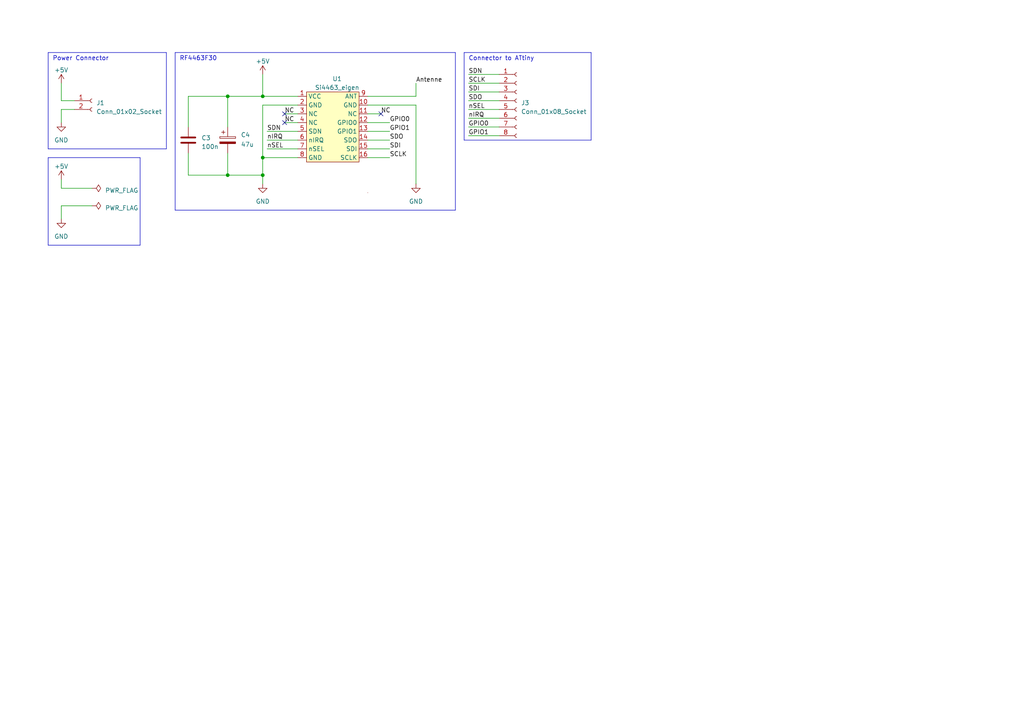
<source format=kicad_sch>
(kicad_sch (version 20230121) (generator eeschema)
  (paper "A4")
  (title_block (title "breakout-board-receiver") (date "2023-03-03") (rev "v1") (comment 1 "erste Version"))
  (lib_symbols
    (symbol "Connector:Conn_01x02_Socket" (pin_names (offset 1.016) hide)
      (property "Reference" "J" (at 0 2.54 0))
      (property "Value" "Conn_01x02_Socket" (at 0 -5.08 0))
      (symbol "Conn_01x02_Socket_1_1"
        (arc (start 0 -2.032) (mid -0.5058 -2.54) (end 0 -3.048) (stroke (width 0.1524)))
        (polyline (pts (xy -1.27 -2.54) (xy -0.508 -2.54)) (stroke (width 0.1524)))
        (polyline (pts (xy -1.27 0) (xy -0.508 0)) (stroke (width 0.1524)))
        (arc (start 0 0.508) (mid -0.5058 0) (end 0 -0.508) (stroke (width 0.1524)))
        (pin passive line (at -5.08 0 0) (length 3.81) (name "Pin_1") (number "1"))
        (pin passive line (at -5.08 -2.54 0) (length 3.81) (name "Pin_2") (number "2"))
      )
    )
    (symbol "Connector:Conn_01x08_Socket" (pin_names (offset 1.016) hide)
      (property "Reference" "J" (at 0 10.16 0))
      (property "Value" "Conn_01x08_Socket" (at 0 -12.7 0))
      (symbol "Conn_01x08_Socket_1_1"
        (arc (start 0 -9.652) (mid -0.5058 -10.16) (end 0 -10.668) (stroke (width 0.1524)))
        (arc (start 0 -7.112) (mid -0.5058 -7.62) (end 0 -8.128) (stroke (width 0.1524)))
        (arc (start 0 -4.572) (mid -0.5058 -5.08) (end 0 -5.588) (stroke (width 0.1524)))
        (arc (start 0 -2.032) (mid -0.5058 -2.54) (end 0 -3.048) (stroke (width 0.1524)))
        (polyline (pts (xy -1.27 -10.16) (xy -0.508 -10.16)) (stroke (width 0.1524)))
        (polyline (pts (xy -1.27 -7.62) (xy -0.508 -7.62)) (stroke (width 0.1524)))
        (polyline (pts (xy -1.27 -5.08) (xy -0.508 -5.08)) (stroke (width 0.1524)))
        (polyline (pts (xy -1.27 -2.54) (xy -0.508 -2.54)) (stroke (width 0.1524)))
        (polyline (pts (xy -1.27 0) (xy -0.508 0)) (stroke (width 0.1524)))
        (polyline (pts (xy -1.27 2.54) (xy -0.508 2.54)) (stroke (width 0.1524)))
        (polyline (pts (xy -1.27 5.08) (xy -0.508 5.08)) (stroke (width 0.1524)))
        (polyline (pts (xy -1.27 7.62) (xy -0.508 7.62)) (stroke (width 0.1524)))
        (arc (start 0 0.508) (mid -0.5058 0) (end 0 -0.508) (stroke (width 0.1524)))
        (arc (start 0 3.048) (mid -0.5058 2.54) (end 0 2.032) (stroke (width 0.1524)))
        (arc (start 0 5.588) (mid -0.5058 5.08) (end 0 4.572) (stroke (width 0.1524)))
        (arc (start 0 8.128) (mid -0.5058 7.62) (end 0 7.112) (stroke (width 0.1524)))
        (pin passive line (at -5.08 7.62 0) (length 3.81) (name "Pin_1") (number "1"))
        (pin passive line (at -5.08 5.08 0) (length 3.81) (name "Pin_2") (number "2"))
        (pin passive line (at -5.08 2.54 0) (length 3.81) (name "Pin_3") (number "3"))
        (pin passive line (at -5.08 0 0) (length 3.81) (name "Pin_4") (number "4"))
        (pin passive line (at -5.08 -2.54 0) (length 3.81) (name "Pin_5") (number "5"))
        (pin passive line (at -5.08 -5.08 0) (length 3.81) (name "Pin_6") (number "6"))
        (pin passive line (at -5.08 -7.62 0) (length 3.81) (name "Pin_7") (number "7"))
        (pin passive line (at -5.08 -10.16 0) (length 3.81) (name "Pin_8") (number "8"))
      )
    )
    (symbol "Device:C" (pin_numbers hide) (pin_names (offset 0.254))
      (property "Reference" "C" (at 0.635 2.54 0))
      (property "Value" "C" (at 0.635 -2.54 0))
      (symbol "C_0_1"
        (polyline (pts (xy -2.032 -0.762) (xy 2.032 -0.762)) (stroke (width 0.508)))
        (polyline (pts (xy -2.032 0.762) (xy 2.032 0.762)) (stroke (width 0.508)))
      )
      (symbol "C_1_1"
        (pin passive line (at 0 3.81 270) (length 2.794) (name "~") (number "1"))
        (pin passive line (at 0 -3.81 90) (length 2.794) (name "~") (number "2"))
      )
    )
    (symbol "Device:C_Polarized" (pin_numbers hide) (pin_names (offset 0.254))
      (property "Reference" "C" (at 0.635 2.54 0))
      (property "Value" "C_Polarized" (at 0.635 -2.54 0))
      (symbol "C_Polarized_0_1"
        (rectangle (start -2.286 0.508) (end 2.286 1.016))
        (polyline (pts (xy -1.778 2.286) (xy -0.762 2.286)))
        (polyline (pts (xy -1.27 2.794) (xy -1.27 1.778)))
        (rectangle (start 2.286 -0.508) (end -2.286 -1.016) (fill (type outline)))
      )
      (symbol "C_Polarized_1_1"
        (pin passive line (at 0 3.81 270) (length 2.794) (name "~") (number "1"))
        (pin passive line (at 0 -3.81 90) (length 2.794) (name "~") (number "2"))
      )
    )
    (symbol "Si4460_1"
      (property "Reference" "U" (at -6.35 16.51 0))
      (property "Value" "Si4463_eigen" (at 6.35 16.51 0))
      (symbol "Si4460_1_0_1"
        (rectangle (start -7.62 13.97) (end 7.62 -6.35) (fill (type background)))
        (rectangle (start 10.16 -15.24) (end 10.16 -15.24))
      )
      (symbol "Si4460_1_1_1"
        (pin power_in line (at -10.16 12.7 0) (length 2.54) (name "VCC") (number "1"))
        (pin power_in line (at 10.16 10.16 180) (length 2.54) (name "GND") (number "10"))
        (pin passive line (at 10.16 7.62 180) (length 2.54) (name "NC") (number "11"))
        (pin bidirectional line (at 10.16 5.08 180) (length 2.54) (name "GPIO0") (number "12"))
        (pin bidirectional line (at 10.16 2.54 180) (length 2.54) (name "GPIO1") (number "13"))
        (pin output line (at 10.16 0 180) (length 2.54) (name "SDO") (number "14"))
        (pin input line (at 10.16 -2.54 180) (length 2.54) (name "SDI") (number "15"))
        (pin input line (at 10.16 -5.08 180) (length 2.54) (name "SCLK") (number "16"))
        (pin power_in line (at -10.16 10.16 0) (length 2.54) (name "GND") (number "2"))
        (pin passive line (at 0 -17.78 90) (length 2.54) hide (name "GND") (number "21"))
        (pin passive line (at -10.16 7.62 0) (length 2.54) (name "NC") (number "3"))
        (pin passive line (at -10.16 5.08 0) (length 2.54) (name "NC") (number "4"))
        (pin no_connect line (at 7.62 -15.24 180) (length 2.54) hide (name "NC") (number "5"))
        (pin input line (at -10.16 2.54 0) (length 2.54) (name "SDN") (number "5"))
        (pin open_collector line (at -10.16 0 0) (length 2.54) (name "nIRQ") (number "6"))
        (pin input line (at -10.16 -2.54 0) (length 2.54) (name "nSEL") (number "7"))
        (pin power_in line (at -10.16 -5.08 0) (length 2.54) (name "GND") (number "8"))
        (pin bidirectional line (at 10.16 12.7 180) (length 2.54) (name "ANT") (number "9"))
      )
    )
    (symbol "power:+5V" (power) (pin_names (offset 0))
      (property "Value" "+5V" (at 0 3.556 0))
      (symbol "+5V_0_1"
        (polyline (pts (xy -0.762 1.27) (xy 0 2.54)))
        (polyline (pts (xy 0 0) (xy 0 2.54)))
        (polyline (pts (xy 0 2.54) (xy 0.762 1.27)))
      )
      (symbol "+5V_1_1"
        (pin power_in line (at 0 0 90) (length 0) hide (name "+5V") (number "1"))
      )
    )
    (symbol "power:GND" (power) (pin_names (offset 0))
      (property "Value" "GND" (at 0 -3.81 0))
      (symbol "GND_0_1"
        (polyline (pts (xy 0 0) (xy 0 -1.27) (xy 1.27 -1.27) (xy 0 -2.54) (xy -1.27 -1.27) (xy 0 -1.27)))
      )
      (symbol "GND_1_1"
        (pin power_in line (at 0 0 270) (length 0) hide (name "GND") (number "1"))
      )
    )
    (symbol "power:PWR_FLAG" (power) (pin_numbers hide) (pin_names (offset 0) hide)
      (property "Value" "PWR_FLAG" (at 0 3.81 0))
      (symbol "PWR_FLAG_0_0"
        (pin power_out line (at 0 0 90) (length 0) (name "pwr") (number "1"))
      )
      (symbol "PWR_FLAG_0_1"
        (polyline (pts (xy 0 0) (xy 0 1.27) (xy -1.016 1.905) (xy 0 2.54) (xy 1.016 1.905) (xy 0 1.27)))
      )
    )
  )
  (junction (at 66.04 27.94))
  (junction (at 76.2 45.72))
  (junction (at 76.2 50.8))
  (junction (at 66.04 50.8))
  (junction (at 76.2 27.94))
  (no_connect (at 82.55 33.02))
  (no_connect (at 110.49 33.02))
  (no_connect (at 82.55 35.56))
  (polyline (pts (xy 132.08 15.24) (xy 132.08 60.96)))
  (wire (pts (xy 135.89 24.13) (xy 144.78 24.13)))
  (polyline (pts (xy 134.62 40.64) (xy 134.62 15.24)))
  (wire (pts (xy 135.89 31.75) (xy 144.78 31.75)))
  (wire (pts (xy 54.61 44.45) (xy 54.61 50.8)))
  (wire (pts (xy 76.2 50.8) (xy 76.2 53.34)))
  (wire (pts (xy 21.59 31.75) (xy 17.78 31.75)))
  (wire (pts (xy 76.2 30.48) (xy 76.2 45.72)))
  (wire (pts (xy 120.65 30.48) (xy 120.65 53.34)))
  (wire (pts (xy 17.78 31.75) (xy 17.78 35.56)))
  (wire (pts (xy 106.68 27.94) (xy 120.65 27.94)))
  (wire (pts (xy 106.68 45.72) (xy 113.03 45.72)))
  (wire (pts (xy 66.04 44.45) (xy 66.04 50.8)))
  (polyline (pts (xy 171.45 40.64) (xy 134.62 40.64)))
  (wire (pts (xy 77.47 40.64) (xy 86.36 40.64)))
  (wire (pts (xy 17.78 29.21) (xy 17.78 24.13)))
  (wire (pts (xy 76.2 30.48) (xy 86.36 30.48)))
  (wire (pts (xy 106.68 40.64) (xy 113.03 40.64)))
  (wire (pts (xy 135.89 29.21) (xy 144.78 29.21)))
  (wire (pts (xy 106.68 38.1) (xy 113.03 38.1)))
  (wire (pts (xy 106.68 30.48) (xy 120.65 30.48)))
  (wire (pts (xy 17.78 54.61) (xy 17.78 52.07)))
  (wire (pts (xy 82.55 35.56) (xy 86.36 35.56)))
  (polyline (pts (xy 48.26 15.24) (xy 48.26 43.18)))
  (polyline (pts (xy 132.08 60.96) (xy 50.8 60.96)))
  (wire (pts (xy 76.2 45.72) (xy 76.2 50.8)))
  (wire (pts (xy 54.61 27.94) (xy 66.04 27.94)))
  (polyline (pts (xy 13.97 15.24) (xy 48.26 15.24)))
  (wire (pts (xy 54.61 36.83) (xy 54.61 27.94)))
  (wire (pts (xy 76.2 27.94) (xy 86.36 27.94)))
  (wire (pts (xy 76.2 27.94) (xy 76.2 21.59)))
  (wire (pts (xy 66.04 50.8) (xy 76.2 50.8)))
  (polyline (pts (xy 50.8 15.24) (xy 132.08 15.24)))
  (wire (pts (xy 77.47 38.1) (xy 86.36 38.1)))
  (wire (pts (xy 66.04 36.83) (xy 66.04 27.94)))
  (wire (pts (xy 120.65 24.13) (xy 120.65 27.94)))
  (wire (pts (xy 106.68 43.18) (xy 113.03 43.18)))
  (polyline (pts (xy 40.64 71.12) (xy 13.97 71.12)))
  (polyline (pts (xy 134.62 15.24) (xy 171.45 15.24)))
  (wire (pts (xy 106.68 33.02) (xy 110.49 33.02)))
  (wire (pts (xy 54.61 50.8) (xy 66.04 50.8)))
  (polyline (pts (xy 48.26 43.18) (xy 13.97 43.18)))
  (wire (pts (xy 135.89 26.67) (xy 144.78 26.67)))
  (polyline (pts (xy 13.97 45.72) (xy 40.64 45.72)))
  (polyline (pts (xy 50.8 60.96) (xy 50.8 15.24)))
  (wire (pts (xy 77.47 43.18) (xy 86.36 43.18)))
  (polyline (pts (xy 13.97 43.18) (xy 13.97 15.24)))
  (wire (pts (xy 26.67 59.69) (xy 17.78 59.69)))
  (polyline (pts (xy 171.45 15.24) (xy 171.45 40.64)))
  (wire (pts (xy 135.89 21.59) (xy 144.78 21.59)))
  (polyline (pts (xy 40.64 45.72) (xy 40.64 71.12)))
  (wire (pts (xy 17.78 59.69) (xy 17.78 63.5)))
  (polyline (pts (xy 13.97 71.12) (xy 13.97 45.72)))
  (wire (pts (xy 135.89 36.83) (xy 144.78 36.83)))
  (wire (pts (xy 135.89 39.37) (xy 144.78 39.37)))
  (wire (pts (xy 76.2 45.72) (xy 86.36 45.72)))
  (wire (pts (xy 135.89 34.29) (xy 144.78 34.29)))
  (wire (pts (xy 82.55 33.02) (xy 86.36 33.02)))
  (wire (pts (xy 21.59 29.21) (xy 17.78 29.21)))
  (wire (pts (xy 106.68 35.56) (xy 113.03 35.56)))
  (wire (pts (xy 26.67 54.61) (xy 17.78 54.61)))
  (wire (pts (xy 66.04 27.94) (xy 76.2 27.94)))
  (text "RF4463F30" (at 52.07 17.78 0) (effects (font (size 1.27 1.27)) (justify left bottom)))
  (text "Power Connector" (at 15.24 17.78 0) (effects (font (size 1.27 1.27)) (justify left bottom)))
  (text "Connector to ATtiny" (at 135.89 17.78 0) (effects (font (size 1.27 1.27)) (justify left bottom)))
  (label "GPIO0" (at 113.03 35.56 0))
  (label "nIRQ" (at 135.89 34.29 0))
  (label "nSEL" (at 77.47 43.18 0))
  (label "SDN" (at 135.89 21.59 0))
  (label "GPIO1" (at 135.89 39.37 0))
  (label "Antenne" (at 120.65 24.13 0))
  (label "SDO" (at 135.89 29.21 0))
  (label "SDI" (at 113.03 43.18 0))
  (label "nSEL" (at 135.89 31.75 0))
  (label "NC" (at 110.49 33.02 0))
  (label "nIRQ" (at 77.47 40.64 0))
  (label "SCLK" (at 113.03 45.72 0))
  (label "SDN" (at 77.47 38.1 0))
  (label "GPIO1" (at 113.03 38.1 0))
  (label "SDI" (at 135.89 26.67 0))
  (label "NC" (at 82.55 35.56 0))
  (label "NC" (at 82.55 33.02 0))
  (label "SDO" (at 113.03 40.64 0))
  (label "GPIO0" (at 135.89 36.83 0))
  (label "SCLK" (at 135.89 24.13 0))
  (symbol (lib_id "power:GND") (at 17.78 35.56 0) (unit 1)
    (property "Reference" "#PWR07" (effects hide))
    (property "Value" "GND" (at 17.78 40.64 0))
  )
  (symbol (lib_id "power:PWR_FLAG") (at 26.67 54.61 270) (unit 1)
    (property "Reference" "#FLG01" (effects hide))
    (property "Value" "PWR_FLAG" (at 30.48 55.245 90) (effects (justify left)))
  )
  (symbol (lib_id "power:PWR_FLAG") (at 26.67 59.69 270) (unit 1)
    (property "Reference" "#FLG02" (effects hide))
    (property "Value" "PWR_FLAG" (at 30.48 60.325 90) (effects (justify left)))
  )
  (symbol (lib_id "Connector:Conn_01x02_Socket") (at 26.67 29.21 0) (unit 1)
    (property "Reference" "J1" (at 27.94 29.845 0) (effects (justify left)))
    (property "Value" "Conn_01x02_Socket" (at 27.94 32.385 0) (effects (justify left)))
    (property "Footprint" "Connector_PinSocket_2.54mm:PinSocket_1x02_P2.54mm_Vertical" (effects hide))
  )
  (symbol (lib_id "Device:C") (at 54.61 40.64 0) (unit 1)
    (property "Reference" "C3" (at 58.42 40.005 0) (effects (justify left)))
    (property "Value" "100n" (at 58.42 42.545 0) (effects (justify left)))
    (property "Footprint" "Capacitor_SMD:C_1206_3216Metric_Pad1.33x1.80mm_HandSolder" (effects hide))
  )
  (symbol (lib_id "Device:C_Polarized") (at 66.04 40.64 0) (unit 1)
    (property "Reference" "C4" (at 69.85 39.116 0) (effects (justify left)))
    (property "Value" "47u" (at 69.85 41.91 0) (effects (justify left)))
    (property "Footprint" "Capacitor_SMD:C_1206_3216Metric_Pad1.33x1.80mm_HandSolder" (effects hide))
  )
  (symbol (lib_id "power:GND") (at 120.65 53.34 0) (unit 1)
    (property "Reference" "#PWR010" (effects hide))
    (property "Value" "GND" (at 120.65 58.42 0))
  )
  (symbol (lib_id "power:+5V") (at 76.2 21.59 0) (unit 1)
    (property "Reference" "#PWR08" (effects hide))
    (property "Value" "+5V" (at 76.2 17.78 0))
  )
  (symbol (lib_name "Si4460_1") (lib_id "RF:Si4460") (at 96.52 40.64 0) (unit 1)
    (property "Reference" "U1" (at 97.79 22.86 0))
    (property "Value" "Si4463_eigen" (at 97.79 25.4 0))
    (property "Footprint" "RF:Si4463" (effects hide))
    (property "Datasheet" "https://www.silabs.com/documents/public/data-sheets/Si4464-63-61-60.pdf" (effects hide))
  )
  (symbol (lib_id "power:GND") (at 17.78 63.5 0) (unit 1)
    (property "Reference" "#PWR015" (effects hide))
    (property "Value" "GND" (at 17.78 68.58 0))
  )
  (symbol (lib_id "power:+5V") (at 17.78 24.13 0) (unit 1)
    (property "Reference" "#PWR06" (effects hide))
    (property "Value" "+5V" (at 17.78 20.32 0))
  )
  (symbol (lib_id "power:GND") (at 76.2 53.34 0) (unit 1)
    (property "Reference" "#PWR09" (effects hide))
    (property "Value" "GND" (at 76.2 58.42 0))
  )
  (symbol (lib_id "Connector:Conn_01x08_Socket") (at 149.86 29.21 0) (unit 1)
    (property "Reference" "J3" (at 151.13 29.845 0) (effects (justify left)))
    (property "Value" "Conn_01x08_Socket" (at 151.13 32.385 0) (effects (justify left)))
    (property "Footprint" "Connector_PinSocket_2.54mm:PinSocket_1x08_P2.54mm_Vertical" (effects hide))
  )
  (symbol (lib_id "power:+5V") (at 17.78 52.07 0) (unit 1)
    (property "Reference" "#PWR014" (effects hide))
    (property "Value" "+5V" (at 17.78 48.26 0))
  )
)
</source>
